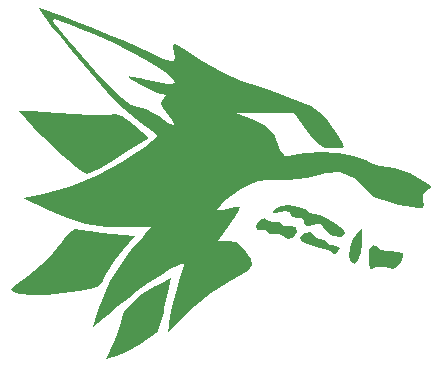
<source format=gbr>
%TF.GenerationSoftware,KiCad,Pcbnew,8.0.7*%
%TF.CreationDate,2025-02-12T01:29:35+05:30*%
%TF.ProjectId,MyNEW_PCB_ART_SJCET,4d794e45-575f-4504-9342-5f4152545f53,rev?*%
%TF.SameCoordinates,Original*%
%TF.FileFunction,Copper,L1,Top*%
%TF.FilePolarity,Positive*%
%FSLAX46Y46*%
G04 Gerber Fmt 4.6, Leading zero omitted, Abs format (unit mm)*
G04 Created by KiCad (PCBNEW 8.0.7) date 2025-02-12 01:29:35*
%MOMM*%
%LPD*%
G01*
G04 APERTURE LIST*
%TA.AperFunction,EtchedComponent*%
%ADD10C,0.000000*%
%TD*%
G04 APERTURE END LIST*
D10*
%TA.AperFunction,EtchedComponent*%
%TO.C,*%
G36*
X195307108Y-94703973D02*
G01*
X195222067Y-95550198D01*
X194994094Y-96176787D01*
X194683935Y-96471178D01*
X194403430Y-96378509D01*
X194222840Y-95873385D01*
X194286931Y-95134145D01*
X194559824Y-94390366D01*
X194760871Y-94091462D01*
X195298021Y-93453549D01*
X195307108Y-94703973D01*
G37*
%TD.AperFunction*%
%TA.AperFunction,EtchedComponent*%
G36*
X191171166Y-94027255D02*
G01*
X191478906Y-94336404D01*
X191785683Y-94399293D01*
X192218501Y-94516295D01*
X192311893Y-94669506D01*
X192540643Y-94889049D01*
X192858129Y-94939719D01*
X193302042Y-95046266D01*
X193404366Y-95193984D01*
X193231915Y-95543222D01*
X192897996Y-95629396D01*
X192739011Y-95508064D01*
X192390711Y-95306509D01*
X191719571Y-95117097D01*
X191506830Y-95077214D01*
X190621891Y-94841884D01*
X190109016Y-94527798D01*
X190022365Y-94194822D01*
X190416099Y-93902824D01*
X190437169Y-93894851D01*
X190963545Y-93793487D01*
X191171166Y-94027255D01*
G37*
%TD.AperFunction*%
%TA.AperFunction,EtchedComponent*%
G36*
X196635960Y-95057110D02*
G01*
X196681785Y-95156379D01*
X196922596Y-95305311D01*
X197516050Y-95394169D01*
X197656726Y-95400380D01*
X198336642Y-95450638D01*
X198736442Y-95538430D01*
X198759425Y-95554121D01*
X198782340Y-95880303D01*
X198573469Y-96357808D01*
X198261102Y-96773995D01*
X197973529Y-96916225D01*
X197945137Y-96903799D01*
X197298440Y-96736084D01*
X196536540Y-96795836D01*
X196197851Y-96928219D01*
X195974302Y-96908665D01*
X195873864Y-96449854D01*
X195862431Y-96036517D01*
X195928123Y-95278979D01*
X196146652Y-94962364D01*
X196272108Y-94939719D01*
X196635960Y-95057110D01*
G37*
%TD.AperFunction*%
%TA.AperFunction,EtchedComponent*%
G36*
X187265714Y-92788436D02*
G01*
X187653856Y-92983966D01*
X187972824Y-92961961D01*
X188391679Y-92956217D01*
X188488237Y-93073527D01*
X188722706Y-93255746D01*
X189191059Y-93318442D01*
X189710263Y-93417565D01*
X189806947Y-93763404D01*
X189802439Y-93788211D01*
X189520319Y-94209844D01*
X189050375Y-94358757D01*
X188645853Y-94160638D01*
X188627276Y-94133050D01*
X188251217Y-93960765D01*
X187919016Y-94001192D01*
X187486075Y-94009986D01*
X187395764Y-93845561D01*
X187180591Y-93640477D01*
X186849527Y-93666949D01*
X186407627Y-93632179D01*
X186317660Y-93315091D01*
X186607963Y-92868753D01*
X186688653Y-92797982D01*
X187072393Y-92623173D01*
X187265714Y-92788436D01*
G37*
%TD.AperFunction*%
%TA.AperFunction,EtchedComponent*%
G36*
X189533036Y-91585859D02*
G01*
X190233109Y-91746603D01*
X190635316Y-91935775D01*
X190673183Y-92001914D01*
X190902484Y-92192812D01*
X191225276Y-92237591D01*
X191763208Y-92372787D01*
X192455206Y-92710396D01*
X193143652Y-93148447D01*
X193670927Y-93584970D01*
X193879414Y-93917994D01*
X193873988Y-93951159D01*
X193559647Y-94257730D01*
X192936195Y-94154733D01*
X192653291Y-94029925D01*
X192183128Y-93671195D01*
X192038775Y-93368004D01*
X191872815Y-93134395D01*
X191316198Y-93163273D01*
X191219420Y-93183336D01*
X190635528Y-93251457D01*
X190416979Y-93069869D01*
X190400065Y-92903078D01*
X190244170Y-92571143D01*
X189853828Y-92586098D01*
X189398031Y-92563476D01*
X189307592Y-92325930D01*
X189181775Y-92068533D01*
X188721647Y-92053737D01*
X188419957Y-92108155D01*
X187846945Y-92206964D01*
X187724739Y-92131754D01*
X187962606Y-91848677D01*
X188417950Y-91566324D01*
X189103299Y-91530708D01*
X189533036Y-91585859D01*
G37*
%TD.AperFunction*%
%TA.AperFunction,EtchedComponent*%
G36*
X178930502Y-98501077D02*
G01*
X178764817Y-99247729D01*
X178584088Y-100206616D01*
X178525733Y-100553152D01*
X178306800Y-101432109D01*
X177997497Y-102146716D01*
X177861773Y-102337377D01*
X177310332Y-102783611D01*
X176446320Y-103326601D01*
X175462534Y-103858000D01*
X174551772Y-104269459D01*
X174213233Y-104387783D01*
X173603450Y-104570194D01*
X174278844Y-103134854D01*
X174651348Y-102247568D01*
X174897798Y-101477394D01*
X174956906Y-101119528D01*
X175189686Y-100535671D01*
X175813346Y-99823143D01*
X176722588Y-99079279D01*
X177812117Y-98401411D01*
X178007023Y-98300077D01*
X179127456Y-97734555D01*
X178930502Y-98501077D01*
G37*
%TD.AperFunction*%
%TA.AperFunction,EtchedComponent*%
G36*
X167332844Y-83563900D02*
G01*
X168384888Y-83630632D01*
X169601485Y-83727566D01*
X170974886Y-83826885D01*
X172248327Y-83883675D01*
X173265642Y-83892995D01*
X173807367Y-83860615D01*
X174448540Y-83823772D01*
X174983964Y-83979660D01*
X175605589Y-84406279D01*
X176029644Y-84763628D01*
X177236273Y-85810286D01*
X175619967Y-86892973D01*
X174338855Y-87716285D01*
X173246937Y-88350273D01*
X172430575Y-88747740D01*
X172012842Y-88864408D01*
X171679676Y-88702881D01*
X171098777Y-88290829D01*
X170719035Y-87986217D01*
X169984897Y-87343057D01*
X169142236Y-86559260D01*
X168277085Y-85721166D01*
X167475473Y-84915113D01*
X166823434Y-84227443D01*
X166406997Y-83744496D01*
X166304828Y-83556161D01*
X166602479Y-83537152D01*
X167332844Y-83563900D01*
G37*
%TD.AperFunction*%
%TA.AperFunction,EtchedComponent*%
G36*
X171544232Y-93610852D02*
G01*
X171545596Y-93611151D01*
X172245072Y-93729380D01*
X173257127Y-93859567D01*
X174245684Y-93962226D01*
X176126417Y-94133557D01*
X175113717Y-95330738D01*
X174434495Y-96205817D01*
X173825606Y-97109581D01*
X173583988Y-97530600D01*
X173256873Y-98086492D01*
X172883756Y-98425095D01*
X172299963Y-98641470D01*
X171340819Y-98830675D01*
X171327991Y-98832887D01*
X170004111Y-99004985D01*
X168619412Y-99092943D01*
X167335902Y-99094902D01*
X166315593Y-99009003D01*
X165845296Y-98895820D01*
X165550771Y-98731973D01*
X165639919Y-98527830D01*
X166118414Y-98190935D01*
X167045962Y-97494055D01*
X168103867Y-96553483D01*
X169118624Y-95536305D01*
X169916728Y-94609607D01*
X170099763Y-94356899D01*
X170558989Y-93767418D01*
X170972591Y-93553751D01*
X171544232Y-93610852D01*
G37*
%TD.AperFunction*%
%TA.AperFunction,EtchedComponent*%
G36*
X168265500Y-74923832D02*
G01*
X168955716Y-75152893D01*
X169959350Y-75520107D01*
X171182068Y-75988128D01*
X172529537Y-76519607D01*
X173907423Y-77077196D01*
X175221393Y-77623546D01*
X176377113Y-78121311D01*
X177280249Y-78533142D01*
X177478130Y-78629518D01*
X178498803Y-79118165D01*
X179120638Y-79341837D01*
X179422601Y-79297471D01*
X179483655Y-78982001D01*
X179416565Y-78554307D01*
X179337057Y-78162574D01*
X179334662Y-77934764D01*
X179481268Y-77895465D01*
X179848765Y-78069266D01*
X180509041Y-78480756D01*
X181533987Y-79154525D01*
X181924090Y-79411978D01*
X183448493Y-80283550D01*
X185097840Y-81012647D01*
X185884305Y-81280123D01*
X187246500Y-81717482D01*
X188753591Y-82251225D01*
X189923583Y-82703613D01*
X190989146Y-83171283D01*
X191708086Y-83600764D01*
X192251880Y-84125078D01*
X192792006Y-84877248D01*
X192859604Y-84981226D01*
X193346578Y-85753080D01*
X193687801Y-86329618D01*
X193804735Y-86572846D01*
X193562865Y-86655706D01*
X192961820Y-86700258D01*
X192760018Y-86702706D01*
X192166463Y-86661717D01*
X191714101Y-86471248D01*
X191258157Y-86030048D01*
X190653854Y-85236862D01*
X190643351Y-85222363D01*
X189571402Y-83742020D01*
X187113338Y-83744494D01*
X184655273Y-83746968D01*
X186149878Y-84346646D01*
X187030783Y-84741077D01*
X187559922Y-85136718D01*
X187907953Y-85692601D01*
X188098253Y-86162280D01*
X188407820Y-86869442D01*
X188685160Y-87301358D01*
X188788594Y-87365364D01*
X189169932Y-87322793D01*
X189911050Y-87226036D01*
X190608231Y-87130008D01*
X191876987Y-87059206D01*
X193267169Y-87150709D01*
X194593419Y-87377102D01*
X195670380Y-87710967D01*
X196108486Y-87943557D01*
X196765909Y-88210630D01*
X197584887Y-88323952D01*
X197596887Y-88323983D01*
X198395227Y-88462604D01*
X199349305Y-88814892D01*
X199789342Y-89039057D01*
X200629981Y-89523883D01*
X201067260Y-89817045D01*
X201169229Y-89999892D01*
X201003940Y-90153772D01*
X200812281Y-90261886D01*
X200451545Y-90677077D01*
X200478362Y-91187364D01*
X200548854Y-91548027D01*
X200474272Y-91748704D01*
X200163102Y-91798132D01*
X199523831Y-91705047D01*
X198464946Y-91478188D01*
X198156878Y-91409009D01*
X197071598Y-91127982D01*
X196355683Y-90822845D01*
X195836251Y-90404285D01*
X195545929Y-90060184D01*
X194590988Y-89197143D01*
X193453226Y-88756782D01*
X192267731Y-88777161D01*
X191693396Y-88974797D01*
X190641532Y-89267748D01*
X189077370Y-89397774D01*
X188523134Y-89404834D01*
X187342730Y-89425295D01*
X186524066Y-89513836D01*
X185883347Y-89711195D01*
X185236776Y-90058106D01*
X185050142Y-90174584D01*
X184243170Y-90732295D01*
X183564239Y-91279921D01*
X183337481Y-91501761D01*
X183042870Y-91855522D01*
X183086830Y-91971896D01*
X183550018Y-91899711D01*
X183876049Y-91827794D01*
X184559015Y-91701931D01*
X184969464Y-91676294D01*
X185007769Y-91690105D01*
X184911283Y-91939041D01*
X184565913Y-92495651D01*
X184102183Y-93161343D01*
X183101883Y-94538876D01*
X183932958Y-94538876D01*
X184621967Y-94678310D01*
X185234460Y-95171438D01*
X185493636Y-95485258D01*
X185889962Y-96081742D01*
X185988919Y-96554646D01*
X185740103Y-96984599D01*
X185093109Y-97452231D01*
X183997535Y-98038171D01*
X183852260Y-98110921D01*
X182525032Y-98932628D01*
X181143889Y-100062039D01*
X180531162Y-100658439D01*
X178865116Y-102380140D01*
X179091933Y-100949134D01*
X179321810Y-99838809D01*
X179656291Y-98595593D01*
X179855634Y-97974247D01*
X180106089Y-97165594D01*
X180220409Y-96606679D01*
X180186323Y-96430366D01*
X179793207Y-96576730D01*
X179083473Y-96963494D01*
X178181504Y-97512159D01*
X177211685Y-98144230D01*
X176298398Y-98781210D01*
X175566027Y-99344603D01*
X175558338Y-99351020D01*
X174687110Y-100077382D01*
X173812983Y-100803593D01*
X173442112Y-101110604D01*
X172519505Y-101872756D01*
X172946140Y-100435072D01*
X173971425Y-97933068D01*
X175496106Y-95644088D01*
X176120327Y-94924039D01*
X176761081Y-94212361D01*
X177224705Y-93665180D01*
X177416799Y-93394219D01*
X177417639Y-93388664D01*
X177168754Y-93342213D01*
X176514918Y-93342403D01*
X175595355Y-93388997D01*
X175554992Y-93391824D01*
X173719496Y-93399916D01*
X171967439Y-93125080D01*
X170123580Y-92529706D01*
X168743799Y-91930040D01*
X166630983Y-90938089D01*
X168293652Y-90602543D01*
X170483438Y-89991918D01*
X172791526Y-89054747D01*
X174996629Y-87887780D01*
X176035984Y-87217494D01*
X176905628Y-86592054D01*
X177571256Y-86072960D01*
X177929376Y-85742642D01*
X177963347Y-85682370D01*
X177754743Y-85439569D01*
X177212191Y-85003032D01*
X176561755Y-84541961D01*
X175658295Y-83842988D01*
X174638027Y-82919759D01*
X173724417Y-81974940D01*
X172754085Y-80861563D01*
X171739102Y-79667162D01*
X170738221Y-78464440D01*
X169810194Y-77326099D01*
X169013773Y-76324841D01*
X168635115Y-75830344D01*
X169151100Y-75830344D01*
X169263757Y-76094421D01*
X169679477Y-76637404D01*
X170413659Y-77511693D01*
X171105992Y-78326110D01*
X172674795Y-80125676D01*
X173962842Y-81493055D01*
X174990377Y-82447033D01*
X175777647Y-83006398D01*
X176344893Y-83189935D01*
X176347341Y-83189940D01*
X176993624Y-83355383D01*
X177781391Y-83772707D01*
X178100434Y-84000578D01*
X178875194Y-84559673D01*
X179322100Y-84776761D01*
X179411771Y-84652564D01*
X179114827Y-84187804D01*
X178944068Y-83979846D01*
X178436931Y-83338638D01*
X178269177Y-82933080D01*
X178402780Y-82608137D01*
X178564735Y-82433344D01*
X178718083Y-82176357D01*
X178383892Y-82109089D01*
X177955979Y-81999437D01*
X177308159Y-81724737D01*
X176595275Y-81366368D01*
X175972168Y-81005713D01*
X175593681Y-80724152D01*
X175553017Y-80621250D01*
X175843653Y-80634801D01*
X176500646Y-80762642D01*
X177136129Y-80915285D01*
X178065169Y-81129875D01*
X178845429Y-81268922D01*
X179166967Y-81298451D01*
X179497362Y-81192953D01*
X179388916Y-80899568D01*
X178900558Y-80452957D01*
X178091217Y-79887779D01*
X177019823Y-79238696D01*
X175745306Y-78540367D01*
X174326594Y-77827455D01*
X172822618Y-77134619D01*
X171292306Y-76496520D01*
X170477513Y-76187557D01*
X169773378Y-75929312D01*
X169326107Y-75792775D01*
X169151100Y-75830344D01*
X168635115Y-75830344D01*
X168407709Y-75533370D01*
X168050755Y-75024387D01*
X167983036Y-74870274D01*
X168265500Y-74923832D01*
G37*
%TD.AperFunction*%
%TD*%
M02*

</source>
